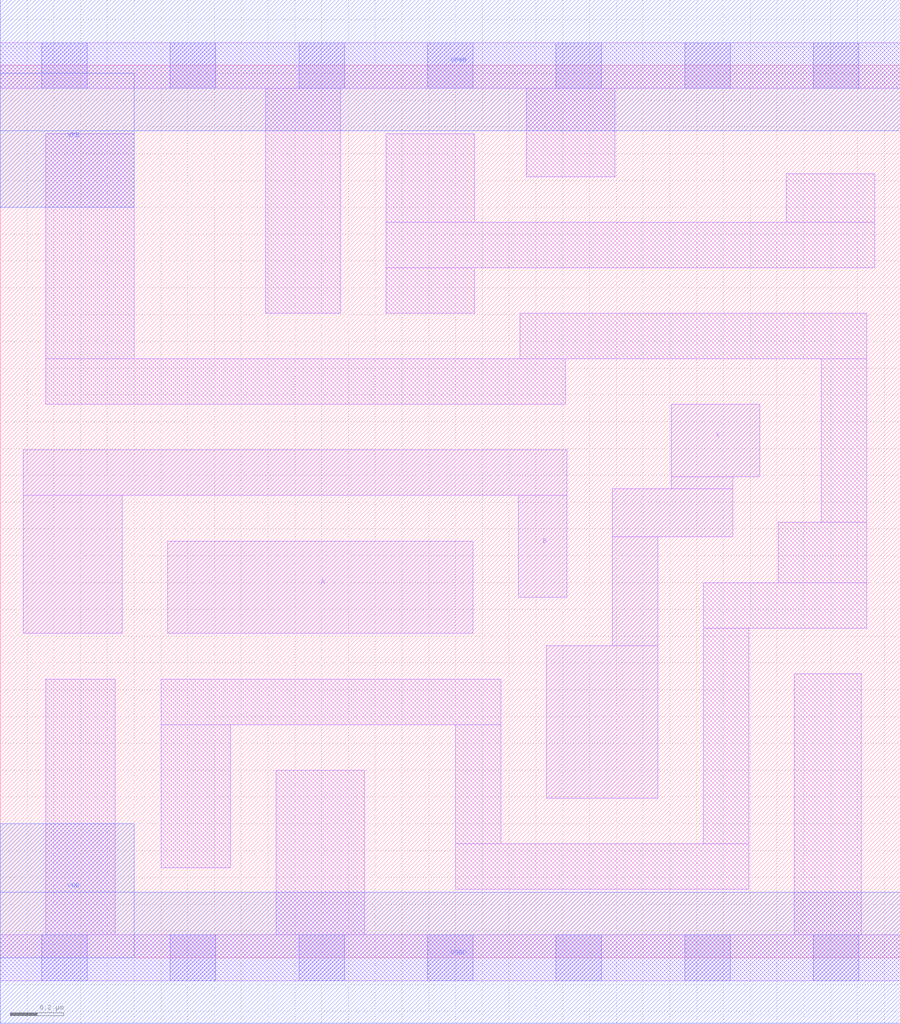
<source format=lef>
# Copyright 2020 The SkyWater PDK Authors
#
# Licensed under the Apache License, Version 2.0 (the "License");
# you may not use this file except in compliance with the License.
# You may obtain a copy of the License at
#
#     https://www.apache.org/licenses/LICENSE-2.0
#
# Unless required by applicable law or agreed to in writing, software
# distributed under the License is distributed on an "AS IS" BASIS,
# WITHOUT WARRANTIES OR CONDITIONS OF ANY KIND, either express or implied.
# See the License for the specific language governing permissions and
# limitations under the License.
#
# SPDX-License-Identifier: Apache-2.0

VERSION 5.5 ;
NAMESCASESENSITIVE ON ;
BUSBITCHARS "[]" ;
DIVIDERCHAR "/" ;
MACRO sky130_fd_sc_lp__xor2_1
  CLASS CORE ;
  SOURCE USER ;
  ORIGIN  0.000000  0.000000 ;
  SIZE  3.360000 BY  3.330000 ;
  SYMMETRY X Y R90 ;
  SITE unit ;
  PIN A
    ANTENNAGATEAREA  0.630000 ;
    DIRECTION INPUT ;
    USE SIGNAL ;
    PORT
      LAYER li1 ;
        RECT 0.625000 1.210000 1.765000 1.555000 ;
    END
  END A
  PIN B
    ANTENNAGATEAREA  0.630000 ;
    DIRECTION INPUT ;
    USE SIGNAL ;
    PORT
      LAYER li1 ;
        RECT 0.085000 1.210000 0.455000 1.725000 ;
        RECT 0.085000 1.725000 2.115000 1.895000 ;
        RECT 1.935000 1.345000 2.115000 1.725000 ;
    END
  END B
  PIN X
    ANTENNADIFFAREA  0.846300 ;
    DIRECTION OUTPUT ;
    USE SIGNAL ;
    PORT
      LAYER li1 ;
        RECT 2.040000 0.595000 2.455000 1.165000 ;
        RECT 2.285000 1.165000 2.455000 1.570000 ;
        RECT 2.285000 1.570000 2.735000 1.750000 ;
        RECT 2.505000 1.750000 2.735000 1.795000 ;
        RECT 2.505000 1.795000 2.835000 2.065000 ;
    END
  END X
  PIN VGND
    DIRECTION INOUT ;
    USE GROUND ;
    PORT
      LAYER met1 ;
        RECT 0.000000 -0.245000 3.360000 0.245000 ;
    END
  END VGND
  PIN VNB
    DIRECTION INOUT ;
    USE GROUND ;
    PORT
      LAYER met1 ;
        RECT 0.000000 0.000000 0.500000 0.500000 ;
    END
  END VNB
  PIN VPB
    DIRECTION INOUT ;
    USE POWER ;
    PORT
      LAYER met1 ;
        RECT 0.000000 2.800000 0.500000 3.300000 ;
    END
  END VPB
  PIN VPWR
    DIRECTION INOUT ;
    USE POWER ;
    PORT
      LAYER met1 ;
        RECT 0.000000 3.085000 3.360000 3.575000 ;
    END
  END VPWR
  OBS
    LAYER li1 ;
      RECT 0.000000 -0.085000 3.360000 0.085000 ;
      RECT 0.000000  3.245000 3.360000 3.415000 ;
      RECT 0.170000  0.085000 0.430000 1.040000 ;
      RECT 0.170000  2.065000 2.110000 2.235000 ;
      RECT 0.170000  2.235000 0.500000 3.075000 ;
      RECT 0.600000  0.335000 0.860000 0.870000 ;
      RECT 0.600000  0.870000 1.870000 1.040000 ;
      RECT 0.990000  2.405000 1.270000 3.245000 ;
      RECT 1.030000  0.085000 1.360000 0.700000 ;
      RECT 1.440000  2.405000 1.770000 2.575000 ;
      RECT 1.440000  2.575000 3.265000 2.745000 ;
      RECT 1.440000  2.745000 1.770000 3.075000 ;
      RECT 1.700000  0.255000 2.795000 0.425000 ;
      RECT 1.700000  0.425000 1.870000 0.870000 ;
      RECT 1.940000  2.235000 3.235000 2.405000 ;
      RECT 1.965000  2.915000 2.295000 3.245000 ;
      RECT 2.625000  0.425000 2.795000 1.230000 ;
      RECT 2.625000  1.230000 3.235000 1.400000 ;
      RECT 2.905000  1.400000 3.235000 1.625000 ;
      RECT 2.935000  2.745000 3.265000 2.925000 ;
      RECT 2.965000  0.085000 3.215000 1.060000 ;
      RECT 3.065000  1.625000 3.235000 2.235000 ;
    LAYER mcon ;
      RECT 0.155000 -0.085000 0.325000 0.085000 ;
      RECT 0.155000  3.245000 0.325000 3.415000 ;
      RECT 0.635000 -0.085000 0.805000 0.085000 ;
      RECT 0.635000  3.245000 0.805000 3.415000 ;
      RECT 1.115000 -0.085000 1.285000 0.085000 ;
      RECT 1.115000  3.245000 1.285000 3.415000 ;
      RECT 1.595000 -0.085000 1.765000 0.085000 ;
      RECT 1.595000  3.245000 1.765000 3.415000 ;
      RECT 2.075000 -0.085000 2.245000 0.085000 ;
      RECT 2.075000  3.245000 2.245000 3.415000 ;
      RECT 2.555000 -0.085000 2.725000 0.085000 ;
      RECT 2.555000  3.245000 2.725000 3.415000 ;
      RECT 3.035000 -0.085000 3.205000 0.085000 ;
      RECT 3.035000  3.245000 3.205000 3.415000 ;
  END
END sky130_fd_sc_lp__xor2_1

</source>
